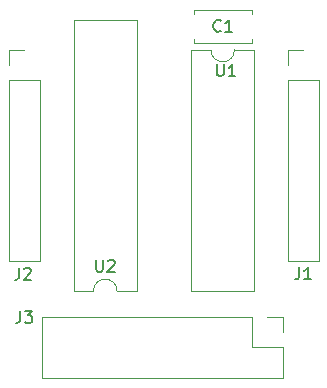
<source format=gbr>
%TF.GenerationSoftware,KiCad,Pcbnew,5.1.6+dfsg1-1*%
%TF.CreationDate,2020-09-04T14:06:56-04:00*%
%TF.ProjectId,74HC595Breakout,37344843-3539-4354-9272-65616b6f7574,rev?*%
%TF.SameCoordinates,Original*%
%TF.FileFunction,Legend,Top*%
%TF.FilePolarity,Positive*%
%FSLAX46Y46*%
G04 Gerber Fmt 4.6, Leading zero omitted, Abs format (unit mm)*
G04 Created by KiCad (PCBNEW 5.1.6+dfsg1-1) date 2020-09-04 14:06:56*
%MOMM*%
%LPD*%
G01*
G04 APERTURE LIST*
%ADD10C,0.120000*%
%ADD11C,0.150000*%
G04 APERTURE END LIST*
D10*
%TO.C,C1*%
X141956000Y-80872000D02*
X137016000Y-80872000D01*
X141956000Y-78132000D02*
X137016000Y-78132000D01*
X141956000Y-80872000D02*
X141956000Y-80557000D01*
X141956000Y-78447000D02*
X141956000Y-78132000D01*
X137016000Y-80872000D02*
X137016000Y-80557000D01*
X137016000Y-78447000D02*
X137016000Y-78132000D01*
%TO.C,U1*%
X138485001Y-81495001D02*
X136835001Y-81495001D01*
X136835001Y-81495001D02*
X136835001Y-101935001D01*
X136835001Y-101935001D02*
X142135001Y-101935001D01*
X142135001Y-101935001D02*
X142135001Y-81495001D01*
X142135001Y-81495001D02*
X140485001Y-81495001D01*
X140485001Y-81495001D02*
G75*
G02*
X138485001Y-81495001I-1000000J0D01*
G01*
%TO.C,J1*%
X144974000Y-81474000D02*
X146304000Y-81474000D01*
X144974000Y-82804000D02*
X144974000Y-81474000D01*
X144974000Y-84074000D02*
X147634000Y-84074000D01*
X147634000Y-84074000D02*
X147634000Y-99374000D01*
X144974000Y-84074000D02*
X144974000Y-99374000D01*
X144974000Y-99374000D02*
X147634000Y-99374000D01*
%TO.C,J2*%
X121352000Y-99374000D02*
X124012000Y-99374000D01*
X121352000Y-84074000D02*
X121352000Y-99374000D01*
X124012000Y-84074000D02*
X124012000Y-99374000D01*
X121352000Y-84074000D02*
X124012000Y-84074000D01*
X121352000Y-82804000D02*
X121352000Y-81474000D01*
X121352000Y-81474000D02*
X122682000Y-81474000D01*
%TO.C,U2*%
X126890000Y-101914000D02*
X128540000Y-101914000D01*
X126890000Y-78934000D02*
X126890000Y-101914000D01*
X132190000Y-78934000D02*
X126890000Y-78934000D01*
X132190000Y-101914000D02*
X132190000Y-78934000D01*
X130540000Y-101914000D02*
X132190000Y-101914000D01*
X128540000Y-101914000D02*
G75*
G02*
X130540000Y-101914000I1000000J0D01*
G01*
%TO.C,J3*%
X124146000Y-104080000D02*
X124146000Y-109280000D01*
X141986000Y-104080000D02*
X124146000Y-104080000D01*
X144586000Y-109280000D02*
X124146000Y-109280000D01*
X141986000Y-104080000D02*
X141986000Y-106680000D01*
X141986000Y-106680000D02*
X144586000Y-106680000D01*
X144586000Y-106680000D02*
X144586000Y-109280000D01*
X143256000Y-104080000D02*
X144586000Y-104080000D01*
X144586000Y-104080000D02*
X144586000Y-105410000D01*
%TO.C,C1*%
D11*
X139319333Y-79859142D02*
X139271714Y-79906761D01*
X139128857Y-79954380D01*
X139033619Y-79954380D01*
X138890761Y-79906761D01*
X138795523Y-79811523D01*
X138747904Y-79716285D01*
X138700285Y-79525809D01*
X138700285Y-79382952D01*
X138747904Y-79192476D01*
X138795523Y-79097238D01*
X138890761Y-79002000D01*
X139033619Y-78954380D01*
X139128857Y-78954380D01*
X139271714Y-79002000D01*
X139319333Y-79049619D01*
X140271714Y-79954380D02*
X139700285Y-79954380D01*
X139986000Y-79954380D02*
X139986000Y-78954380D01*
X139890761Y-79097238D01*
X139795523Y-79192476D01*
X139700285Y-79240095D01*
%TO.C,U1*%
X138988095Y-82702380D02*
X138988095Y-83511904D01*
X139035714Y-83607142D01*
X139083333Y-83654761D01*
X139178571Y-83702380D01*
X139369047Y-83702380D01*
X139464285Y-83654761D01*
X139511904Y-83607142D01*
X139559523Y-83511904D01*
X139559523Y-82702380D01*
X140559523Y-83702380D02*
X139988095Y-83702380D01*
X140273809Y-83702380D02*
X140273809Y-82702380D01*
X140178571Y-82845238D01*
X140083333Y-82940476D01*
X139988095Y-82988095D01*
%TO.C,J1*%
X145970666Y-99906380D02*
X145970666Y-100620666D01*
X145923047Y-100763523D01*
X145827809Y-100858761D01*
X145684952Y-100906380D01*
X145589714Y-100906380D01*
X146970666Y-100906380D02*
X146399238Y-100906380D01*
X146684952Y-100906380D02*
X146684952Y-99906380D01*
X146589714Y-100049238D01*
X146494476Y-100144476D01*
X146399238Y-100192095D01*
%TO.C,J2*%
X122248666Y-99956380D02*
X122248666Y-100670666D01*
X122201047Y-100813523D01*
X122105809Y-100908761D01*
X121962952Y-100956380D01*
X121867714Y-100956380D01*
X122677238Y-100051619D02*
X122724857Y-100004000D01*
X122820095Y-99956380D01*
X123058190Y-99956380D01*
X123153428Y-100004000D01*
X123201047Y-100051619D01*
X123248666Y-100146857D01*
X123248666Y-100242095D01*
X123201047Y-100384952D01*
X122629619Y-100956380D01*
X123248666Y-100956380D01*
%TO.C,U2*%
X128778095Y-99274380D02*
X128778095Y-100083904D01*
X128825714Y-100179142D01*
X128873333Y-100226761D01*
X128968571Y-100274380D01*
X129159047Y-100274380D01*
X129254285Y-100226761D01*
X129301904Y-100179142D01*
X129349523Y-100083904D01*
X129349523Y-99274380D01*
X129778095Y-99369619D02*
X129825714Y-99322000D01*
X129920952Y-99274380D01*
X130159047Y-99274380D01*
X130254285Y-99322000D01*
X130301904Y-99369619D01*
X130349523Y-99464857D01*
X130349523Y-99560095D01*
X130301904Y-99702952D01*
X129730476Y-100274380D01*
X130349523Y-100274380D01*
%TO.C,J3*%
X122348666Y-103592380D02*
X122348666Y-104306666D01*
X122301047Y-104449523D01*
X122205809Y-104544761D01*
X122062952Y-104592380D01*
X121967714Y-104592380D01*
X122729619Y-103592380D02*
X123348666Y-103592380D01*
X123015333Y-103973333D01*
X123158190Y-103973333D01*
X123253428Y-104020952D01*
X123301047Y-104068571D01*
X123348666Y-104163809D01*
X123348666Y-104401904D01*
X123301047Y-104497142D01*
X123253428Y-104544761D01*
X123158190Y-104592380D01*
X122872476Y-104592380D01*
X122777238Y-104544761D01*
X122729619Y-104497142D01*
%TD*%
M02*

</source>
